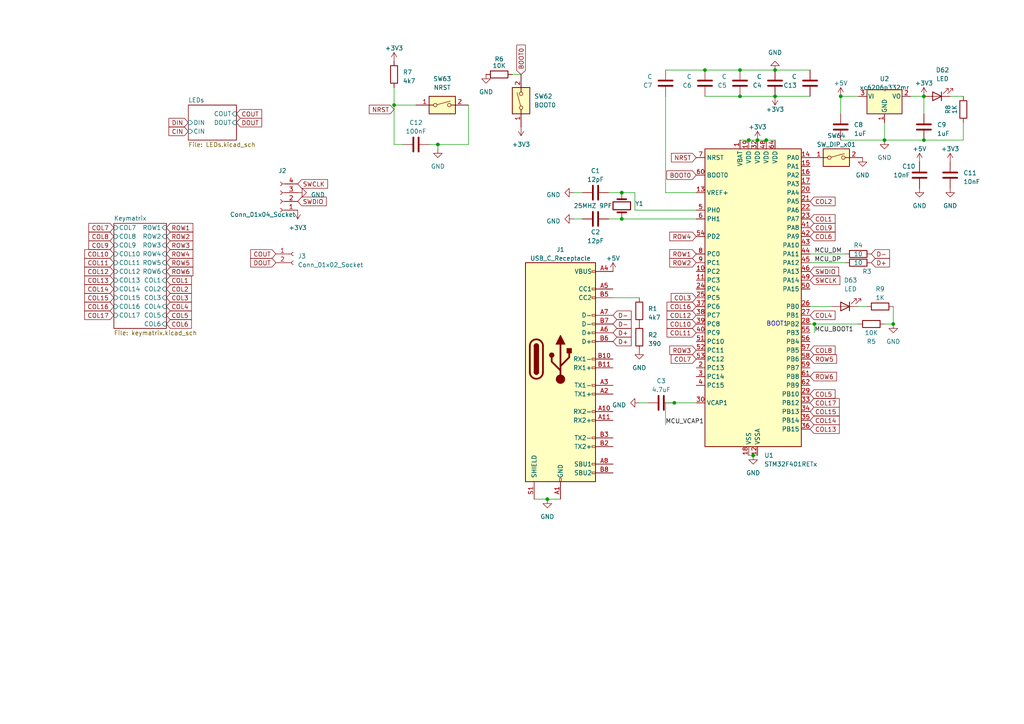
<source format=kicad_sch>
(kicad_sch (version 20230121) (generator eeschema)
  (paper "A4")
  (lib_symbols
    (symbol "Connector:Conn_01x02_Socket" (pin_names (offset 1.016) hide)
      (property "Reference" "J" (at 0 2.54 0))
      (property "Value" "Conn_01x02_Socket" (at 0 -5.08 0))
      (symbol "Conn_01x02_Socket_1_1"
        (arc (start 0 -2.032) (mid -0.5058 -2.54) (end 0 -3.048) (stroke (width 0.1524)))
        (polyline (pts (xy -1.27 -2.54) (xy -0.508 -2.54)) (stroke (width 0.1524)))
        (polyline (pts (xy -1.27 0) (xy -0.508 0)) (stroke (width 0.1524)))
        (arc (start 0 0.508) (mid -0.5058 0) (end 0 -0.508) (stroke (width 0.1524)))
        (pin passive line (at -5.08 0 0) (length 3.81) (name "Pin_1") (number "1"))
        (pin passive line (at -5.08 -2.54 0) (length 3.81) (name "Pin_2") (number "2"))
      )
    )
    (symbol "Connector:Conn_01x04_Socket" (pin_names (offset 1.016) hide)
      (property "Reference" "J" (at 0 5.08 0))
      (property "Value" "Conn_01x04_Socket" (at 0 -7.62 0))
      (symbol "Conn_01x04_Socket_1_1"
        (arc (start 0 -4.572) (mid -0.5058 -5.08) (end 0 -5.588) (stroke (width 0.1524)))
        (arc (start 0 -2.032) (mid -0.5058 -2.54) (end 0 -3.048) (stroke (width 0.1524)))
        (polyline (pts (xy -1.27 -5.08) (xy -0.508 -5.08)) (stroke (width 0.1524)))
        (polyline (pts (xy -1.27 -2.54) (xy -0.508 -2.54)) (stroke (width 0.1524)))
        (polyline (pts (xy -1.27 0) (xy -0.508 0)) (stroke (width 0.1524)))
        (polyline (pts (xy -1.27 2.54) (xy -0.508 2.54)) (stroke (width 0.1524)))
        (arc (start 0 0.508) (mid -0.5058 0) (end 0 -0.508) (stroke (width 0.1524)))
        (arc (start 0 3.048) (mid -0.5058 2.54) (end 0 2.032) (stroke (width 0.1524)))
        (pin passive line (at -5.08 2.54 0) (length 3.81) (name "Pin_1") (number "1"))
        (pin passive line (at -5.08 0 0) (length 3.81) (name "Pin_2") (number "2"))
        (pin passive line (at -5.08 -2.54 0) (length 3.81) (name "Pin_3") (number "3"))
        (pin passive line (at -5.08 -5.08 0) (length 3.81) (name "Pin_4") (number "4"))
      )
    )
    (symbol "Connector:USB_C_Receptacle" (pin_names (offset 1.016))
      (property "Reference" "J" (at -10.16 29.21 0))
      (property "Value" "USB_C_Receptacle" (at 10.16 29.21 0))
      (symbol "USB_C_Receptacle_0_0"
        (rectangle (start -0.254 -35.56) (end 0.254 -34.544))
        (rectangle (start 10.16 -32.766) (end 9.144 -33.274))
        (rectangle (start 10.16 -30.226) (end 9.144 -30.734))
        (rectangle (start 10.16 -25.146) (end 9.144 -25.654))
        (rectangle (start 10.16 -22.606) (end 9.144 -23.114))
        (rectangle (start 10.16 -17.526) (end 9.144 -18.034))
        (rectangle (start 10.16 -14.986) (end 9.144 -15.494))
        (rectangle (start 10.16 -9.906) (end 9.144 -10.414))
        (rectangle (start 10.16 -7.366) (end 9.144 -7.874))
        (rectangle (start 10.16 -2.286) (end 9.144 -2.794))
        (rectangle (start 10.16 0.254) (end 9.144 -0.254))
        (rectangle (start 10.16 5.334) (end 9.144 4.826))
        (rectangle (start 10.16 7.874) (end 9.144 7.366))
        (rectangle (start 10.16 10.414) (end 9.144 9.906))
        (rectangle (start 10.16 12.954) (end 9.144 12.446))
        (rectangle (start 10.16 18.034) (end 9.144 17.526))
        (rectangle (start 10.16 20.574) (end 9.144 20.066))
        (rectangle (start 10.16 25.654) (end 9.144 25.146))
      )
      (symbol "USB_C_Receptacle_0_1"
        (rectangle (start -10.16 27.94) (end 10.16 -35.56) (stroke (width 0.254)) (fill (type background)))
        (arc (start -8.89 -3.81) (mid -6.985 -5.7067) (end -5.08 -3.81) (stroke (width 0.508)))
        (arc (start -7.62 -3.81) (mid -6.985 -4.4423) (end -6.35 -3.81) (stroke (width 0.254)))
        (arc (start -7.62 -3.81) (mid -6.985 -4.4423) (end -6.35 -3.81) (stroke (width 0.254)) (fill (type outline)))
        (rectangle (start -7.62 -3.81) (end -6.35 3.81) (stroke (width 0.254)) (fill (type outline)))
        (arc (start -6.35 3.81) (mid -6.985 4.4423) (end -7.62 3.81) (stroke (width 0.254)))
        (arc (start -6.35 3.81) (mid -6.985 4.4423) (end -7.62 3.81) (stroke (width 0.254)) (fill (type outline)))
        (arc (start -5.08 3.81) (mid -6.985 5.7067) (end -8.89 3.81) (stroke (width 0.508)))
        (polyline (pts (xy -8.89 -3.81) (xy -8.89 3.81)) (stroke (width 0.508)))
        (polyline (pts (xy -5.08 3.81) (xy -5.08 -3.81)) (stroke (width 0.508)))
      )
      (symbol "USB_C_Receptacle_1_1"
        (circle (center -2.54 1.143) (radius 0.635) (stroke (width 0.254)) (fill (type outline)))
        (circle (center 0 -5.842) (radius 1.27) (fill (type outline)))
        (polyline (pts (xy 0 -5.842) (xy 0 4.318)) (stroke (width 0.508)))
        (polyline (pts (xy 0 -3.302) (xy -2.54 -0.762) (xy -2.54 0.508)) (stroke (width 0.508)))
        (polyline (pts (xy 0 -2.032) (xy 2.54 0.508) (xy 2.54 1.778)) (stroke (width 0.508)))
        (polyline (pts (xy -1.27 4.318) (xy 0 6.858) (xy 1.27 4.318) (xy -1.27 4.318)) (stroke (width 0.254)) (fill (type outline)))
        (rectangle (start 1.905 1.778) (end 3.175 3.048) (stroke (width 0.254)) (fill (type outline)))
        (pin passive line (at 0 -40.64 90) (length 5.08) (name "GND") (number "A1"))
        (pin bidirectional line (at 15.24 -15.24 180) (length 5.08) (name "RX2-") (number "A10"))
        (pin bidirectional line (at 15.24 -17.78 180) (length 5.08) (name "RX2+") (number "A11"))
        (pin passive line (at 0 -40.64 90) (length 5.08) hide (name "GND") (number "A12"))
        (pin bidirectional line (at 15.24 -10.16 180) (length 5.08) (name "TX1+") (number "A2"))
        (pin bidirectional line (at 15.24 -7.62 180) (length 5.08) (name "TX1-") (number "A3"))
        (pin passive line (at 15.24 25.4 180) (length 5.08) (name "VBUS") (number "A4"))
        (pin bidirectional line (at 15.24 20.32 180) (length 5.08) (name "CC1") (number "A5"))
        (pin bidirectional line (at 15.24 7.62 180) (length 5.08) (name "D+") (number "A6"))
        (pin bidirectional line (at 15.24 12.7 180) (length 5.08) (name "D-") (number "A7"))
        (pin bidirectional line (at 15.24 -30.48 180) (length 5.08) (name "SBU1") (number "A8"))
        (pin passive line (at 15.24 25.4 180) (length 5.08) hide (name "VBUS") (number "A9"))
        (pin passive line (at 0 -40.64 90) (length 5.08) hide (name "GND") (number "B1"))
        (pin bidirectional line (at 15.24 0 180) (length 5.08) (name "RX1-") (number "B10"))
        (pin bidirectional line (at 15.24 -2.54 180) (length 5.08) (name "RX1+") (number "B11"))
        (pin passive line (at 0 -40.64 90) (length 5.08) hide (name "GND") (number "B12"))
        (pin bidirectional line (at 15.24 -25.4 180) (length 5.08) (name "TX2+") (number "B2"))
        (pin bidirectional line (at 15.24 -22.86 180) (length 5.08) (name "TX2-") (number "B3"))
        (pin passive line (at 15.24 25.4 180) (length 5.08) hide (name "VBUS") (number "B4"))
        (pin bidirectional line (at 15.24 17.78 180) (length 5.08) (name "CC2") (number "B5"))
        (pin bidirectional line (at 15.24 5.08 180) (length 5.08) (name "D+") (number "B6"))
        (pin bidirectional line (at 15.24 10.16 180) (length 5.08) (name "D-") (number "B7"))
        (pin bidirectional line (at 15.24 -33.02 180) (length 5.08) (name "SBU2") (number "B8"))
        (pin passive line (at 15.24 25.4 180) (length 5.08) hide (name "VBUS") (number "B9"))
        (pin passive line (at -7.62 -40.64 90) (length 5.08) (name "SHIELD") (number "S1"))
      )
    )
    (symbol "Device:C" (pin_numbers hide) (pin_names (offset 0.254))
      (property "Reference" "C" (at 0.635 2.54 0))
      (property "Value" "C" (at 0.635 -2.54 0))
      (symbol "C_0_1"
        (polyline (pts (xy -2.032 -0.762) (xy 2.032 -0.762)) (stroke (width 0.508)))
        (polyline (pts (xy -2.032 0.762) (xy 2.032 0.762)) (stroke (width 0.508)))
      )
      (symbol "C_1_1"
        (pin passive line (at 0 3.81 270) (length 2.794) (name "~") (number "1"))
        (pin passive line (at 0 -3.81 90) (length 2.794) (name "~") (number "2"))
      )
    )
    (symbol "Device:Crystal" (pin_numbers hide) (pin_names (offset 1.016) hide)
      (property "Reference" "Y" (at 0 3.81 0))
      (property "Value" "Crystal" (at 0 -3.81 0))
      (symbol "Crystal_0_1"
        (rectangle (start -1.143 2.54) (end 1.143 -2.54) (stroke (width 0.3048)))
        (polyline (pts (xy -2.54 0) (xy -1.905 0)))
        (polyline (pts (xy -1.905 -1.27) (xy -1.905 1.27)) (stroke (width 0.508)))
        (polyline (pts (xy 1.905 -1.27) (xy 1.905 1.27)) (stroke (width 0.508)))
        (polyline (pts (xy 2.54 0) (xy 1.905 0)))
      )
      (symbol "Crystal_1_1"
        (pin passive line (at -3.81 0 0) (length 1.27) (name "1") (number "1"))
        (pin passive line (at 3.81 0 180) (length 1.27) (name "2") (number "2"))
      )
    )
    (symbol "Device:LED" (pin_numbers hide) (pin_names (offset 1.016) hide)
      (property "Reference" "D" (at 0 2.54 0))
      (property "Value" "LED" (at 0 -2.54 0))
      (symbol "LED_0_1"
        (polyline (pts (xy -1.27 -1.27) (xy -1.27 1.27)) (stroke (width 0.254)))
        (polyline (pts (xy -1.27 0) (xy 1.27 0)))
        (polyline (pts (xy 1.27 -1.27) (xy 1.27 1.27) (xy -1.27 0) (xy 1.27 -1.27)) (stroke (width 0.254)))
        (polyline (pts (xy -3.048 -0.762) (xy -4.572 -2.286) (xy -3.81 -2.286) (xy -4.572 -2.286) (xy -4.572 -1.524)))
        (polyline (pts (xy -1.778 -0.762) (xy -3.302 -2.286) (xy -2.54 -2.286) (xy -3.302 -2.286) (xy -3.302 -1.524)))
      )
      (symbol "LED_1_1"
        (pin passive line (at -3.81 0 0) (length 2.54) (name "K") (number "1"))
        (pin passive line (at 3.81 0 180) (length 2.54) (name "A") (number "2"))
      )
    )
    (symbol "MCU_ST_STM32F4:STM32F401RETx"
      (property "Reference" "U" (at -12.7 44.45 0))
      (property "Value" "STM32F401RETx" (at 10.16 44.45 0))
      (symbol "STM32F401RETx_0_1"
        (rectangle (start -12.7 -43.18) (end 15.24 43.18) (stroke (width 0.254)) (fill (type background)))
      )
      (symbol "STM32F401RETx_1_1"
        (pin power_in line (at -2.54 45.72 270) (length 2.54) (name "VBAT") (number "1"))
        (pin bidirectional line (at -15.24 7.62 0) (length 2.54) (name "PC2") (number "10"))
        (pin bidirectional line (at -15.24 5.08 0) (length 2.54) (name "PC3") (number "11"))
        (pin power_in line (at 2.54 -45.72 90) (length 2.54) (name "VSSA") (number "12"))
        (pin input line (at -15.24 30.48 0) (length 2.54) (name "VREF+") (number "13"))
        (pin bidirectional line (at 17.78 40.64 180) (length 2.54) (name "PA0") (number "14"))
        (pin bidirectional line (at 17.78 38.1 180) (length 2.54) (name "PA1") (number "15"))
        (pin bidirectional line (at 17.78 35.56 180) (length 2.54) (name "PA2") (number "16"))
        (pin bidirectional line (at 17.78 33.02 180) (length 2.54) (name "PA3") (number "17"))
        (pin power_in line (at 0 -45.72 90) (length 2.54) (name "VSS") (number "18"))
        (pin power_in line (at 0 45.72 270) (length 2.54) (name "VDD") (number "19"))
        (pin bidirectional line (at -15.24 -20.32 0) (length 2.54) (name "PC13") (number "2"))
        (pin bidirectional line (at 17.78 30.48 180) (length 2.54) (name "PA4") (number "20"))
        (pin bidirectional line (at 17.78 27.94 180) (length 2.54) (name "PA5") (number "21"))
        (pin bidirectional line (at 17.78 25.4 180) (length 2.54) (name "PA6") (number "22"))
        (pin bidirectional line (at 17.78 22.86 180) (length 2.54) (name "PA7") (number "23"))
        (pin bidirectional line (at -15.24 2.54 0) (length 2.54) (name "PC4") (number "24"))
        (pin bidirectional line (at -15.24 0 0) (length 2.54) (name "PC5") (number "25"))
        (pin bidirectional line (at 17.78 -2.54 180) (length 2.54) (name "PB0") (number "26"))
        (pin bidirectional line (at 17.78 -5.08 180) (length 2.54) (name "PB1") (number "27"))
        (pin bidirectional line (at 17.78 -7.62 180) (length 2.54) (name "PB2") (number "28"))
        (pin bidirectional line (at 17.78 -27.94 180) (length 2.54) (name "PB10") (number "29"))
        (pin bidirectional line (at -15.24 -22.86 0) (length 2.54) (name "PC14") (number "3"))
        (pin power_out line (at -15.24 -30.48 0) (length 2.54) (name "VCAP1") (number "30"))
        (pin passive line (at 0 -45.72 90) (length 2.54) hide (name "VSS") (number "31"))
        (pin power_in line (at 2.54 45.72 270) (length 2.54) (name "VDD") (number "32"))
        (pin bidirectional line (at 17.78 -30.48 180) (length 2.54) (name "PB12") (number "33"))
        (pin bidirectional line (at 17.78 -33.02 180) (length 2.54) (name "PB13") (number "34"))
        (pin bidirectional line (at 17.78 -35.56 180) (length 2.54) (name "PB14") (number "35"))
        (pin bidirectional line (at 17.78 -38.1 180) (length 2.54) (name "PB15") (number "36"))
        (pin bidirectional line (at -15.24 -2.54 0) (length 2.54) (name "PC6") (number "37"))
        (pin bidirectional line (at -15.24 -5.08 0) (length 2.54) (name "PC7") (number "38"))
        (pin bidirectional line (at -15.24 -7.62 0) (length 2.54) (name "PC8") (number "39"))
        (pin bidirectional line (at -15.24 -25.4 0) (length 2.54) (name "PC15") (number "4"))
        (pin bidirectional line (at -15.24 -10.16 0) (length 2.54) (name "PC9") (number "40"))
        (pin bidirectional line (at 17.78 20.32 180) (length 2.54) (name "PA8") (number "41"))
        (pin bidirectional line (at 17.78 17.78 180) (length 2.54) (name "PA9") (number "42"))
        (pin bidirectional line (at 17.78 15.24 180) (length 2.54) (name "PA10") (number "43"))
        (pin bidirectional line (at 17.78 12.7 180) (length 2.54) (name "PA11") (number "44"))
        (pin bidirectional line (at 17.78 10.16 180) (length 2.54) (name "PA12") (number "45"))
        (pin bidirectional line (at 17.78 7.62 180) (length 2.54) (name "PA13") (number "46"))
        (pin passive line (at 0 -45.72 90) (length 2.54) hide (name "VSS") (number "47"))
        (pin power_in line (at 5.08 45.72 270) (length 2.54) (name "VDD") (number "48"))
        (pin bidirectional line (at 17.78 5.08 180) (length 2.54) (name "PA14") (number "49"))
        (pin bidirectional line (at -15.24 25.4 0) (length 2.54) (name "PH0") (number "5"))
        (pin bidirectional line (at 17.78 2.54 180) (length 2.54) (name "PA15") (number "50"))
        (pin bidirectional line (at -15.24 -12.7 0) (length 2.54) (name "PC10") (number "51"))
        (pin bidirectional line (at -15.24 -15.24 0) (length 2.54) (name "PC11") (number "52"))
        (pin bidirectional line (at -15.24 -17.78 0) (length 2.54) (name "PC12") (number "53"))
        (pin bidirectional line (at -15.24 17.78 0) (length 2.54) (name "PD2") (number "54"))
        (pin bidirectional line (at 17.78 -10.16 180) (length 2.54) (name "PB3") (number "55"))
        (pin bidirectional line (at 17.78 -12.7 180) (length 2.54) (name "PB4") (number "56"))
        (pin bidirectional line (at 17.78 -15.24 180) (length 2.54) (name "PB5") (number "57"))
        (pin bidirectional line (at 17.78 -17.78 180) (length 2.54) (name "PB6") (number "58"))
        (pin bidirectional line (at 17.78 -20.32 180) (length 2.54) (name "PB7") (number "59"))
        (pin bidirectional line (at -15.24 22.86 0) (length 2.54) (name "PH1") (number "6"))
        (pin input line (at -15.24 35.56 0) (length 2.54) (name "BOOT0") (number "60"))
        (pin bidirectional line (at 17.78 -22.86 180) (length 2.54) (name "PB8") (number "61"))
        (pin bidirectional line (at 17.78 -25.4 180) (length 2.54) (name "PB9") (number "62"))
        (pin passive line (at 0 -45.72 90) (length 2.54) hide (name "VSS") (number "63"))
        (pin power_in line (at 7.62 45.72 270) (length 2.54) (name "VDD") (number "64"))
        (pin input line (at -15.24 40.64 0) (length 2.54) (name "NRST") (number "7"))
        (pin bidirectional line (at -15.24 12.7 0) (length 2.54) (name "PC0") (number "8"))
        (pin bidirectional line (at -15.24 10.16 0) (length 2.54) (name "PC1") (number "9"))
      )
    )
    (symbol "PCM_Resistor_AKL:R_0201" (pin_numbers hide) (pin_names (offset 0))
      (property "Reference" "R" (at 2.54 1.27 0))
      (property "Value" "R_0201" (at 2.54 -1.27 0))
      (symbol "R_0201_0_1"
        (rectangle (start -1.016 -2.54) (end 1.016 2.54) (stroke (width 0.254)))
      )
      (symbol "R_0201_1_1"
        (pin passive line (at 0 3.81 270) (length 1.27) (name "~") (number "1"))
        (pin passive line (at 0 -3.81 90) (length 1.27) (name "~") (number "2"))
      )
    )
    (symbol "Regulator_Linear:XC6206PxxxMR" (pin_names (offset 0.254))
      (property "Reference" "U" (at -3.81 3.175 0))
      (property "Value" "XC6206PxxxMR" (at 0 3.175 0))
      (symbol "XC6206PxxxMR_0_1"
        (rectangle (start -5.08 1.905) (end 5.08 -5.08) (stroke (width 0.254)) (fill (type background)))
      )
      (symbol "XC6206PxxxMR_1_1"
        (pin power_in line (at 0 -7.62 90) (length 2.54) (name "GND") (number "1"))
        (pin power_out line (at 7.62 0 180) (length 2.54) (name "VO") (number "2"))
        (pin power_in line (at -7.62 0 0) (length 2.54) (name "VI") (number "3"))
      )
    )
    (symbol "Switch:SW_DIP_x01" (pin_names (offset 0) hide)
      (property "Reference" "SW" (at 0 3.81 0))
      (property "Value" "SW_DIP_x01" (at 0 -3.81 0))
      (symbol "SW_DIP_x01_0_0"
        (circle (center -2.032 0) (radius 0.508))
        (polyline (pts (xy -1.524 0.127) (xy 2.3622 1.1684)))
        (circle (center 2.032 0) (radius 0.508))
      )
      (symbol "SW_DIP_x01_0_1"
        (rectangle (start -3.81 2.54) (end 3.81 -2.54) (stroke (width 0.254)) (fill (type background)))
      )
      (symbol "SW_DIP_x01_1_1"
        (pin passive line (at -7.62 0 0) (length 5.08) (name "~") (number "1"))
        (pin passive line (at 7.62 0 180) (length 5.08) (name "~") (number "2"))
      )
    )
    (symbol "power:+3V3" (power) (pin_names (offset 0))
      (property "Value" "+3V3" (at 0 3.556 0))
      (symbol "+3V3_0_1"
        (polyline (pts (xy -0.762 1.27) (xy 0 2.54)))
        (polyline (pts (xy 0 0) (xy 0 2.54)))
        (polyline (pts (xy 0 2.54) (xy 0.762 1.27)))
      )
      (symbol "+3V3_1_1"
        (pin power_in line (at 0 0 90) (length 0) hide (name "+3V3") (number "1"))
      )
    )
    (symbol "power:+5V" (power) (pin_names (offset 0))
      (property "Value" "+5V" (at 0 3.556 0))
      (symbol "+5V_0_1"
        (polyline (pts (xy -0.762 1.27) (xy 0 2.54)))
        (polyline (pts (xy 0 0) (xy 0 2.54)))
        (polyline (pts (xy 0 2.54) (xy 0.762 1.27)))
      )
      (symbol "+5V_1_1"
        (pin power_in line (at 0 0 90) (length 0) hide (name "+5V") (number "1"))
      )
    )
    (symbol "power:GND" (power) (pin_names (offset 0))
      (property "Value" "GND" (at 0 -3.81 0))
      (symbol "GND_0_1"
        (polyline (pts (xy 0 0) (xy 0 -1.27) (xy 1.27 -1.27) (xy 0 -2.54) (xy -1.27 -1.27) (xy 0 -1.27)))
      )
      (symbol "GND_1_1"
        (pin power_in line (at 0 0 270) (length 0) hide (name "GND") (number "1"))
      )
    )
  )
  (junction (at 180.34 55.88))
  (junction (at 218.44 132.08))
  (junction (at 224.79 27.94))
  (junction (at 236.22 93.98))
  (junction (at 217.17 40.64))
  (junction (at 267.97 27.94))
  (junction (at 214.63 27.94))
  (junction (at 195.58 116.84))
  (junction (at 267.97 40.64))
  (junction (at 180.34 63.5))
  (junction (at 243.84 27.94))
  (junction (at 204.47 20.32))
  (junction (at 224.79 20.32))
  (junction (at 127 41.91))
  (junction (at 222.25 40.64))
  (junction (at 158.75 144.78))
  (junction (at 214.63 20.32))
  (junction (at 219.71 40.64))
  (junction (at 114.3 30.48))
  (junction (at 256.54 40.64))
  (junction (at 259.08 93.98))
  (wire (pts (xy 166.37 63.5) (xy 168.91 63.5)))
  (wire (pts (xy 184.15 60.96) (xy 201.93 60.96)))
  (wire (pts (xy 217.17 132.08) (xy 218.44 132.08)))
  (wire (pts (xy 236.22 93.98) (xy 248.92 93.98)))
  (wire (pts (xy 176.53 55.88) (xy 180.34 55.88)))
  (wire (pts (xy 259.08 88.9) (xy 259.08 93.98)))
  (wire (pts (xy 135.89 41.91) (xy 127 41.91)))
  (wire (pts (xy 176.53 63.5) (xy 180.34 63.5)))
  (wire (pts (xy 256.54 40.64) (xy 267.97 40.64)))
  (wire (pts (xy 193.04 123.19) (xy 193.04 116.84)))
  (wire (pts (xy 177.8 86.36) (xy 185.42 86.36)))
  (wire (pts (xy 248.92 88.9) (xy 251.46 88.9)))
  (wire (pts (xy 214.63 20.32) (xy 204.47 20.32)))
  (wire (pts (xy 195.58 116.84) (xy 201.93 116.84)))
  (wire (pts (xy 114.3 41.91) (xy 116.84 41.91)))
  (wire (pts (xy 236.22 96.52) (xy 236.22 93.98)))
  (wire (pts (xy 224.79 20.32) (xy 214.63 20.32)))
  (wire (pts (xy 234.95 93.98) (xy 236.22 93.98)))
  (wire (pts (xy 243.84 27.94) (xy 248.92 27.94)))
  (wire (pts (xy 256.54 35.56) (xy 256.54 40.64)))
  (wire (pts (xy 219.71 40.64) (xy 222.25 40.64)))
  (wire (pts (xy 243.84 40.64) (xy 256.54 40.64)))
  (wire (pts (xy 243.84 27.94) (xy 243.84 33.02)))
  (wire (pts (xy 256.54 93.98) (xy 259.08 93.98)))
  (wire (pts (xy 234.95 88.9) (xy 241.3 88.9)))
  (wire (pts (xy 184.15 55.88) (xy 184.15 60.96)))
  (wire (pts (xy 224.79 27.94) (xy 234.95 27.94)))
  (wire (pts (xy 279.4 40.64) (xy 267.97 40.64)))
  (wire (pts (xy 217.17 40.64) (xy 219.71 40.64)))
  (wire (pts (xy 114.3 30.48) (xy 114.3 41.91)))
  (wire (pts (xy 224.79 27.94) (xy 214.63 27.94)))
  (wire (pts (xy 218.44 132.08) (xy 219.71 132.08)))
  (wire (pts (xy 180.34 55.88) (xy 184.15 55.88)))
  (wire (pts (xy 127 41.91) (xy 127 43.18)))
  (wire (pts (xy 166.37 55.88) (xy 168.91 55.88)))
  (wire (pts (xy 224.79 20.32) (xy 234.95 20.32)))
  (wire (pts (xy 180.34 63.5) (xy 201.93 63.5)))
  (wire (pts (xy 148.59 21.59) (xy 151.13 21.59)))
  (wire (pts (xy 214.63 27.94) (xy 204.47 27.94)))
  (wire (pts (xy 185.42 116.84) (xy 187.96 116.84)))
  (wire (pts (xy 264.16 27.94) (xy 267.97 27.94)))
  (wire (pts (xy 193.04 116.84) (xy 195.58 116.84)))
  (wire (pts (xy 234.95 73.66) (xy 245.11 73.66)))
  (wire (pts (xy 154.94 144.78) (xy 158.75 144.78)))
  (wire (pts (xy 267.97 27.94) (xy 267.97 33.02)))
  (wire (pts (xy 193.04 27.94) (xy 193.04 55.88)))
  (wire (pts (xy 214.63 40.64) (xy 217.17 40.64)))
  (wire (pts (xy 127 41.91) (xy 124.46 41.91)))
  (wire (pts (xy 204.47 20.32) (xy 193.04 20.32)))
  (wire (pts (xy 222.25 40.64) (xy 224.79 40.64)))
  (wire (pts (xy 158.75 144.78) (xy 162.56 144.78)))
  (wire (pts (xy 135.89 30.48) (xy 135.89 41.91)))
  (wire (pts (xy 275.59 27.94) (xy 279.4 27.94)))
  (wire (pts (xy 114.3 30.48) (xy 120.65 30.48)))
  (wire (pts (xy 234.95 76.2) (xy 245.11 76.2)))
  (wire (pts (xy 193.04 55.88) (xy 201.93 55.88)))
  (wire (pts (xy 114.3 25.4) (xy 114.3 30.48)))
  (wire (pts (xy 279.4 35.56) (xy 279.4 40.64)))
  (text "BOOT1" (at 222.2506 94.7689 0) (effects (font (size 1.27 1.27)) (justify left bottom)))
  (label "MCU_DP" (at 236.22 76.2 0))
  (label "MCU_DM" (at 236.22 73.66 0))
  (label "MCU_VCAP1" (at 193.04 123.19 0))
  (label "MCU_BOOT1" (at 236.22 96.52 0))
  (global_label "DIN" (shape input) (at 54.61 35.56 180) (property "Intersheetrefs" "${INTERSHEET_REFS}" (effects hide)))
  (global_label "COL17" (shape input) (at 234.95 116.84 0) (property "Intersheetrefs" "${INTERSHEET_REFS}" (effects hide)))
  (global_label "D+" (shape input) (at 177.8 99.06 0) (property "Intersheetrefs" "${INTERSHEET_REFS}" (effects hide)))
  (global_label "COL1" (shape input) (at 48.26 81.28 0) (property "Intersheetrefs" "${INTERSHEET_REFS}" (effects hide)))
  (global_label "ROW1" (shape input) (at 201.93 73.66 180) (property "Intersheetrefs" "${INTERSHEET_REFS}" (effects hide)))
  (global_label "BOOT0" (shape input) (at 201.93 50.8 180) (property "Intersheetrefs" "${INTERSHEET_REFS}" (effects hide)))
  (global_label "NRST" (shape input) (at 114.3 31.75 180) (property "Intersheetrefs" "${INTERSHEET_REFS}" (effects hide)))
  (global_label "COL8" (shape input) (at 234.95 101.6 0) (property "Intersheetrefs" "${INTERSHEET_REFS}" (effects hide)))
  (global_label "COL1" (shape input) (at 234.95 63.5 0) (property "Intersheetrefs" "${INTERSHEET_REFS}" (effects hide)))
  (global_label "COL7" (shape input) (at 201.93 104.14 180) (property "Intersheetrefs" "${INTERSHEET_REFS}" (effects hide)))
  (global_label "COL10" (shape input) (at 201.93 93.98 180) (property "Intersheetrefs" "${INTERSHEET_REFS}" (effects hide)))
  (global_label "ROW4" (shape input) (at 201.93 68.58 180) (property "Intersheetrefs" "${INTERSHEET_REFS}" (effects hide)))
  (global_label "CIN" (shape input) (at 54.61 38.1 180) (property "Intersheetrefs" "${INTERSHEET_REFS}" (effects hide)))
  (global_label "COL11" (shape input) (at 33.02 76.2 180) (property "Intersheetrefs" "${INTERSHEET_REFS}" (effects hide)))
  (global_label "SWCLK" (shape input) (at 86.36 53.34 0) (property "Intersheetrefs" "${INTERSHEET_REFS}" (effects hide)))
  (global_label "ROW2" (shape input) (at 48.26 68.58 0) (property "Intersheetrefs" "${INTERSHEET_REFS}" (effects hide)))
  (global_label "COL15" (shape input) (at 33.02 86.36 180) (property "Intersheetrefs" "${INTERSHEET_REFS}" (effects hide)))
  (global_label "ROW1" (shape input) (at 48.26 66.04 0) (property "Intersheetrefs" "${INTERSHEET_REFS}" (effects hide)))
  (global_label "COL16" (shape input) (at 201.93 88.9 180) (property "Intersheetrefs" "${INTERSHEET_REFS}" (effects hide)))
  (global_label "COL4" (shape input) (at 234.95 91.44 0) (property "Intersheetrefs" "${INTERSHEET_REFS}" (effects hide)))
  (global_label "COL17" (shape input) (at 33.02 91.44 180) (property "Intersheetrefs" "${INTERSHEET_REFS}" (effects hide)))
  (global_label "SWDIO" (shape input) (at 86.36 58.42 0) (property "Intersheetrefs" "${INTERSHEET_REFS}" (effects hide)))
  (global_label "COUT" (shape input) (at 80.01 73.66 180) (property "Intersheetrefs" "${INTERSHEET_REFS}" (effects hide)))
  (global_label "COL5" (shape input) (at 234.95 114.3 0) (property "Intersheetrefs" "${INTERSHEET_REFS}" (effects hide)))
  (global_label "COL6" (shape input) (at 234.95 68.58 0) (property "Intersheetrefs" "${INTERSHEET_REFS}" (effects hide)))
  (global_label "ROW2" (shape input) (at 201.93 76.2 180) (property "Intersheetrefs" "${INTERSHEET_REFS}" (effects hide)))
  (global_label "NRST" (shape input) (at 201.93 45.72 180) (property "Intersheetrefs" "${INTERSHEET_REFS}" (effects hide)))
  (global_label "COL4" (shape input) (at 48.26 88.9 0) (property "Intersheetrefs" "${INTERSHEET_REFS}" (effects hide)))
  (global_label "COL16" (shape input) (at 33.02 88.9 180) (property "Intersheetrefs" "${INTERSHEET_REFS}" (effects hide)))
  (global_label "COL3" (shape input) (at 201.93 86.36 180) (property "Intersheetrefs" "${INTERSHEET_REFS}" (effects hide)))
  (global_label "ROW5" (shape input) (at 234.95 104.14 0) (property "Intersheetrefs" "${INTERSHEET_REFS}" (effects hide)))
  (global_label "ROW3" (shape input) (at 48.26 71.12 0) (property "Intersheetrefs" "${INTERSHEET_REFS}" (effects hide)))
  (global_label "COL12" (shape input) (at 201.93 91.44 180) (property "Intersheetrefs" "${INTERSHEET_REFS}" (effects hide)))
  (global_label "COL2" (shape input) (at 234.95 58.42 0) (property "Intersheetrefs" "${INTERSHEET_REFS}" (effects hide)))
  (global_label "DOUT" (shape input) (at 68.58 35.56 0) (property "Intersheetrefs" "${INTERSHEET_REFS}" (effects hide)))
  (global_label "COL7" (shape input) (at 33.02 66.04 180) (property "Intersheetrefs" "${INTERSHEET_REFS}" (effects hide)))
  (global_label "COL15" (shape input) (at 234.95 119.38 0) (property "Intersheetrefs" "${INTERSHEET_REFS}" (effects hide)))
  (global_label "D-" (shape input) (at 177.8 93.98 0) (property "Intersheetrefs" "${INTERSHEET_REFS}" (effects hide)))
  (global_label "COL3" (shape input) (at 48.26 86.36 0) (property "Intersheetrefs" "${INTERSHEET_REFS}" (effects hide)))
  (global_label "COL5" (shape input) (at 48.26 91.44 0) (property "Intersheetrefs" "${INTERSHEET_REFS}" (effects hide)))
  (global_label "SWCLK" (shape input) (at 234.95 81.28 0) (property "Intersheetrefs" "${INTERSHEET_REFS}" (effects hide)))
  (global_label "COUT" (shape input) (at 68.58 33.02 0) (property "Intersheetrefs" "${INTERSHEET_REFS}" (effects hide)))
  (global_label "COL2" (shape input) (at 48.26 83.82 0) (property "Intersheetrefs" "${INTERSHEET_REFS}" (effects hide)))
  (global_label "COL14" (shape input) (at 33.02 83.82 180) (property "Intersheetrefs" "${INTERSHEET_REFS}" (effects hide)))
  (global_label "COL6" (shape input) (at 48.26 93.98 0) (property "Intersheetrefs" "${INTERSHEET_REFS}" (effects hide)))
  (global_label "COL14" (shape input) (at 234.95 121.92 0) (property "Intersheetrefs" "${INTERSHEET_REFS}" (effects hide)))
  (global_label "ROW6" (shape input) (at 234.95 109.22 0) (property "Intersheetrefs" "${INTERSHEET_REFS}" (effects hide)))
  (global_label "COL9" (shape input) (at 234.95 66.04 0) (property "Intersheetrefs" "${INTERSHEET_REFS}" (effects hide)))
  (global_label "ROW4" (shape input) (at 48.26 73.66 0) (property "Intersheetrefs" "${INTERSHEET_REFS}" (effects hide)))
  (global_label "D+" (shape input) (at 177.8 96.52 0) (property "Intersheetrefs" "${INTERSHEET_REFS}" (effects hide)))
  (global_label "COL11" (shape input) (at 201.93 96.52 180) (property "Intersheetrefs" "${INTERSHEET_REFS}" (effects hide)))
  (global_label "SWDIO" (shape input) (at 234.95 78.74 0) (property "Intersheetrefs" "${INTERSHEET_REFS}" (effects hide)))
  (global_label "COL13" (shape input) (at 33.02 81.28 180) (property "Intersheetrefs" "${INTERSHEET_REFS}" (effects hide)))
  (global_label "DOUT" (shape input) (at 80.01 76.2 180) (property "Intersheetrefs" "${INTERSHEET_REFS}" (effects hide)))
  (global_label "COL10" (shape input) (at 33.02 73.66 180) (property "Intersheetrefs" "${INTERSHEET_REFS}" (effects hide)))
  (global_label "D-" (shape input) (at 177.8 91.44 0) (property "Intersheetrefs" "${INTERSHEET_REFS}" (effects hide)))
  (global_label "COL8" (shape input) (at 33.02 68.58 180) (property "Intersheetrefs" "${INTERSHEET_REFS}" (effects hide)))
  (global_label "BOOT0" (shape input) (at 151.13 21.59 90) (property "Intersheetrefs" "${INTERSHEET_REFS}" (effects hide)))
  (global_label "COL12" (shape input) (at 33.02 78.74 180) (property "Intersheetrefs" "${INTERSHEET_REFS}" (effects hide)))
  (global_label "ROW6" (shape input) (at 48.26 78.74 0) (property "Intersheetrefs" "${INTERSHEET_REFS}" (effects hide)))
  (global_label "ROW3" (shape input) (at 201.93 101.6 180) (property "Intersheetrefs" "${INTERSHEET_REFS}" (effects hide)))
  (global_label "D-" (shape input) (at 252.73 73.66 0) (property "Intersheetrefs" "${INTERSHEET_REFS}" (effects hide)))
  (global_label "D+" (shape input) (at 252.73 76.2 0) (property "Intersheetrefs" "${INTERSHEET_REFS}" (effects hide)))
  (global_label "ROW5" (shape input) (at 48.26 76.2 0) (property "Intersheetrefs" "${INTERSHEET_REFS}" (effects hide)))
  (global_label "COL9" (shape input) (at 33.02 71.12 180) (property "Intersheetrefs" "${INTERSHEET_REFS}" (effects hide)))
  (global_label "COL13" (shape input) (at 234.95 124.46 0) (property "Intersheetrefs" "${INTERSHEET_REFS}" (effects hide)))
  (symbol (lib_id "power:+3V3") (at 219.71 40.64 0) (unit 1)
    (property "Reference" "#PWR07" (effects hide))
    (property "Value" "+3V3" (at 219.71 36.83 0))
  )
  (symbol (lib_id "Device:C") (at 193.04 24.13 180) (unit 1)
    (property "Reference" "C7" (at 189.23 24.765 0) (effects (justify left)))
    (property "Value" "C" (at 189.23 22.225 0) (effects (justify left)))
    (property "Footprint" "Capacitor_SMD:C_1206_3216Metric" (effects hide))
  )
  (symbol (lib_id "Connector:USB_C_Receptacle") (at 162.56 104.14 0) (unit 1)
    (property "Reference" "J1" (at 162.56 72.39 0))
    (property "Value" "USB_C_Receptacle" (at 162.56 74.93 0))
    (property "Footprint" "Connector_USB:USB_C_Receptacle_GCT_USB4085" (effects hide))
    (property "Datasheet" "https://www.usb.org/sites/default/files/documents/usb_type-c.zip" (effects hide))
  )
  (symbol (lib_id "power:+3V3") (at 224.79 27.94 180) (unit 1)
    (property "Reference" "#PWR09" (effects hide))
    (property "Value" "+3V3" (at 224.79 31.75 0))
  )
  (symbol (lib_id "Device:C") (at 224.79 24.13 180) (unit 1)
    (property "Reference" "C4" (at 220.98 24.765 0) (effects (justify left)))
    (property "Value" "C" (at 220.98 22.225 0) (effects (justify left)))
    (property "Footprint" "Capacitor_SMD:C_1206_3216Metric" (effects hide))
  )
  (symbol (lib_id "Connector:Conn_01x04_Socket") (at 81.28 58.42 180) (unit 1)
    (property "Reference" "J2" (at 81.915 49.53 0))
    (property "Value" "Conn_01x04_Socket" (at 76.2 62.23 0))
    (property "Footprint" "Connector_PinHeader_1.00mm:PinHeader_2x02_P1.00mm_Vertical" (effects hide))
  )
  (symbol (lib_id "Regulator_Linear:XC6206PxxxMR") (at 256.54 27.94 0) (unit 1)
    (property "Reference" "U2" (at 256.54 22.86 0))
    (property "Value" "xc6206p332mr" (at 256.54 25.4 0))
    (property "Footprint" "Package_TO_SOT_SMD:SOT-23" (effects hide))
    (property "Datasheet" "https://www.torexsemi.com/file/xc6206/XC6206.pdf" (effects hide))
  )
  (symbol (lib_id "Device:C") (at 120.65 41.91 90) (unit 1)
    (property "Reference" "C12" (at 120.65 35.56 90))
    (property "Value" "100nF" (at 120.65 38.1 90))
    (property "Footprint" "Capacitor_SMD:C_1206_3216Metric" (effects hide))
  )
  (symbol (lib_id "power:GND") (at 166.37 55.88 270) (unit 1)
    (property "Reference" "#PWR01" (effects hide))
    (property "Value" "GND" (at 162.56 56.515 90) (effects (justify right)))
  )
  (symbol (lib_id "Device:C") (at 266.7 50.8 0) (unit 1)
    (property "Reference" "C10" (at 261.62 48.26 0) (effects (justify left)))
    (property "Value" "10nF" (at 259.08 50.8 0) (effects (justify left)))
    (property "Footprint" "Capacitor_SMD:C_1206_3216Metric" (effects hide))
  )
  (symbol (lib_id "power:GND") (at 158.75 144.78 0) (unit 1)
    (property "Reference" "#PWR04" (effects hide))
    (property "Value" "GND" (at 158.75 149.86 0))
  )
  (symbol (lib_id "power:GND") (at 185.42 101.6 0) (unit 1)
    (property "Reference" "#PWR05" (effects hide))
    (property "Value" "GND" (at 185.42 106.68 0))
  )
  (symbol (lib_id "power:+5V") (at 266.7 46.99 0) (unit 1)
    (property "Reference" "#PWR014" (effects hide))
    (property "Value" "+5V" (at 266.7 43.18 0))
  )
  (symbol (lib_id "PCM_Resistor_AKL:R_0201") (at 144.78 21.59 90) (unit 1)
    (property "Reference" "R6" (at 144.78 17.145 90))
    (property "Value" "10K" (at 144.78 19.05 90))
    (property "Footprint" "Resistor_SMD:R_1206_3216Metric" (effects hide))
  )
  (symbol (lib_id "power:GND") (at 218.44 132.08 0) (unit 1)
    (property "Reference" "#PWR08" (effects hide))
    (property "Value" "GND" (at 218.44 137.16 0))
  )
  (symbol (lib_id "Switch:SW_DIP_x01") (at 128.27 30.48 0) (unit 1)
    (property "Reference" "SW63" (at 128.27 22.86 0))
    (property "Value" "NRST" (at 128.27 25.4 0))
    (property "Footprint" "Button_Switch_SMD:SW_SPST_FSMSM" (effects hide))
  )
  (symbol (lib_id "MCU_ST_STM32F4:STM32F401RETx") (at 217.17 86.36 0) (unit 1)
    (property "Reference" "U1" (at 221.6659 132.08 0) (effects (justify left)))
    (property "Value" "STM32F401RETx" (at 221.6659 134.62 0) (effects (justify left)))
    (property "Footprint" "Package_QFP:LQFP-64_10x10mm_P0.5mm" (effects hide))
    (property "Datasheet" "https://www.st.com/resource/en/datasheet/stm32f401re.pdf" (effects hide))
  )
  (symbol (lib_id "power:GND") (at 224.79 20.32 180) (unit 1)
    (property "Reference" "#PWR010" (effects hide))
    (property "Value" "GND" (at 224.79 15.24 0))
  )
  (symbol (lib_id "power:GND") (at 275.59 54.61 0) (unit 1)
    (property "Reference" "#PWR017" (effects hide))
    (property "Value" "GND" (at 275.59 59.69 0))
  )
  (symbol (lib_id "power:+5V") (at 243.84 27.94 0) (unit 1)
    (property "Reference" "#PWR011" (effects hide))
    (property "Value" "+5V" (at 243.84 24.13 0))
  )
  (symbol (lib_id "PCM_Resistor_AKL:R_0201") (at 255.27 88.9 270) (unit 1)
    (property "Reference" "R9" (at 255.27 83.82 90))
    (property "Value" "1K" (at 255.27 86.36 90))
    (property "Footprint" "Resistor_SMD:R_1206_3216Metric" (effects hide))
  )
  (symbol (lib_id "Switch:SW_DIP_x01") (at 242.57 45.72 0) (unit 1)
    (property "Reference" "SW64" (at 242.57 39.37 0))
    (property "Value" "SW_DIP_x01" (at 242.57 41.91 0))
    (property "Footprint" "Button_Switch_SMD:SW_SPST_FSMSM" (effects hide))
  )
  (symbol (lib_id "Device:C") (at 214.63 24.13 180) (unit 1)
    (property "Reference" "C5" (at 210.82 24.765 0) (effects (justify left)))
    (property "Value" "C" (at 210.82 22.225 0) (effects (justify left)))
    (property "Footprint" "Capacitor_SMD:C_1206_3216Metric" (effects hide))
  )
  (symbol (lib_id "PCM_Resistor_AKL:R_0201") (at 248.92 76.2 90) (unit 1)
    (property "Reference" "R3" (at 251.46 78.74 90))
    (property "Value" "10" (at 248.92 76.2 90))
    (property "Footprint" "Resistor_SMD:R_1206_3216Metric" (effects hide))
  )
  (symbol (lib_id "power:GND") (at 127 43.18 0) (unit 1)
    (property "Reference" "#PWR024" (effects hide))
    (property "Value" "GND" (at 127 48.26 0))
  )
  (symbol (lib_id "Device:C") (at 243.84 36.83 0) (unit 1)
    (property "Reference" "C8" (at 247.65 36.195 0) (effects (justify left)))
    (property "Value" "1uF" (at 247.65 38.735 0) (effects (justify left)))
    (property "Footprint" "Capacitor_SMD:C_1206_3216Metric" (effects hide))
  )
  (symbol (lib_id "Switch:SW_DIP_x01") (at 151.13 29.21 90) (unit 1)
    (property "Reference" "SW62" (at 154.94 27.94 90) (effects (justify right)))
    (property "Value" "BOOT0" (at 154.94 30.48 90) (effects (justify right)))
    (property "Footprint" "Button_Switch_SMD:SW_SPST_FSMSM" (effects hide))
  )
  (symbol (lib_id "power:+3V3") (at 114.3 17.78 0) (unit 1)
    (property "Reference" "#PWR022" (effects hide))
    (property "Value" "+3V3" (at 114.3 13.97 0))
  )
  (symbol (lib_id "power:GND") (at 140.97 21.59 0) (unit 1)
    (property "Reference" "#PWR021" (effects hide))
    (property "Value" "GND" (at 140.97 26.67 0))
  )
  (symbol (lib_id "PCM_Resistor_AKL:R_0201") (at 185.42 90.17 0) (unit 1)
    (property "Reference" "R1" (at 187.96 89.535 0) (effects (justify left)))
    (property "Value" "4k7" (at 187.96 92.075 0) (effects (justify left)))
    (property "Footprint" "Resistor_SMD:R_1206_3216Metric" (effects hide))
  )
  (symbol (lib_id "Connector:Conn_01x02_Socket") (at 85.09 73.66 0) (unit 1)
    (property "Reference" "J3" (at 86.36 74.295 0) (effects (justify left)))
    (property "Value" "Conn_01x02_Socket" (at 86.36 76.835 0) (effects (justify left)))
    (property "Footprint" "Connector_PinHeader_1.00mm:PinHeader_1x02_P1.00mm_Vertical" (effects hide))
  )
  (symbol (lib_id "Device:C") (at 267.97 36.83 0) (unit 1)
    (property "Reference" "C9" (at 271.78 36.195 0) (effects (justify left)))
    (property "Value" "1uF" (at 271.78 38.735 0) (effects (justify left)))
    (property "Footprint" "Capacitor_SMD:C_1206_3216Metric" (effects hide))
  )
  (symbol (lib_id "power:GND") (at 86.36 55.88 90) (unit 1)
    (property "Reference" "#PWR027" (effects hide))
    (property "Value" "GND" (at 90.17 56.515 90) (effects (justify right)))
  )
  (symbol (lib_id "Device:C") (at 172.72 63.5 90) (unit 1)
    (property "Reference" "C2" (at 172.72 67.31 90))
    (property "Value" "12pF" (at 172.72 69.85 90))
    (property "Footprint" "Capacitor_SMD:C_1206_3216Metric" (effects hide))
  )
  (symbol (lib_id "Device:C") (at 204.47 24.13 180) (unit 1)
    (property "Reference" "C6" (at 200.66 24.765 0) (effects (justify left)))
    (property "Value" "C" (at 200.66 22.225 0) (effects (justify left)))
    (property "Footprint" "Capacitor_SMD:C_1206_3216Metric" (effects hide))
  )
  (symbol (lib_id "Device:LED") (at 271.78 27.94 180) (unit 1)
    (property "Reference" "D62" (at 273.3675 20.32 0))
    (property "Value" "LED" (at 273.3675 22.86 0))
    (property "Footprint" "LED_SMD:LED_1210_3225Metric_Pad1.42x2.65mm_HandSolder" (effects hide))
  )
  (symbol (lib_id "Device:C") (at 191.77 116.84 90) (unit 1)
    (property "Reference" "C3" (at 191.77 110.49 90))
    (property "Value" "4.7uF" (at 191.77 113.03 90))
    (property "Footprint" "Capacitor_SMD:C_1206_3216Metric" (effects hide))
  )
  (symbol (lib_id "power:+3V3") (at 267.97 27.94 0) (unit 1)
    (property "Reference" "#PWR012" (effects hide))
    (property "Value" "+3V3" (at 267.97 24.13 0))
  )
  (symbol (lib_id "power:GND") (at 259.08 93.98 0) (unit 1)
    (property "Reference" "#PWR020" (effects hide))
    (property "Value" "GND" (at 259.08 99.06 0))
  )
  (symbol (lib_id "PCM_Resistor_AKL:R_0201") (at 248.92 73.66 90) (unit 1)
    (property "Reference" "R4" (at 248.92 71.12 90))
    (property "Value" "10" (at 248.92 73.66 90))
    (property "Footprint" "Resistor_SMD:R_1206_3216Metric" (effects hide))
  )
  (symbol (lib_id "power:GND") (at 266.7 54.61 0) (unit 1)
    (property "Reference" "#PWR016" (effects hide))
    (property "Value" "GND" (at 266.7 59.69 0))
  )
  (symbol (lib_id "PCM_Resistor_AKL:R_0201") (at 279.4 31.75 180) (unit 1)
    (property "Reference" "R8" (at 274.955 31.75 90))
    (property "Value" "1K" (at 276.86 31.75 90))
    (property "Footprint" "Resistor_SMD:R_1206_3216Metric" (effects hide))
  )
  (symbol (lib_id "Device:LED") (at 245.11 88.9 180) (unit 1)
    (property "Reference" "D63" (at 246.6975 81.28 0))
    (property "Value" "LED" (at 246.6975 83.82 0))
    (property "Footprint" "LED_SMD:LED_1210_3225Metric_Pad1.42x2.65mm_HandSolder" (effects hide))
  )
  (symbol (lib_id "PCM_Resistor_AKL:R_0201") (at 252.73 93.98 90) (unit 1)
    (property "Reference" "R5" (at 252.73 99.06 90))
    (property "Value" "10K" (at 252.73 96.52 90))
    (property "Footprint" "Resistor_SMD:R_1206_3216Metric" (effects hide))
  )
  (symbol (lib_id "PCM_Resistor_AKL:R_0201") (at 114.3 21.59 0) (unit 1)
    (property "Reference" "R7" (at 116.84 20.955 0) (effects (justify left)))
    (property "Value" "4k7" (at 116.84 23.495 0) (effects (justify left)))
    (property "Footprint" "Resistor_SMD:R_1206_3216Metric" (effects hide))
  )
  (symbol (lib_id "Device:C") (at 234.95 24.13 180) (unit 1)
    (property "Reference" "C13" (at 231.14 24.765 0) (effects (justify left)))
    (property "Value" "C" (at 231.14 22.225 0) (effects (justify left)))
    (property "Footprint" "Capacitor_SMD:C_1206_3216Metric" (effects hide))
  )
  (symbol (lib_id "Device:Crystal") (at 180.34 59.69 90) (unit 1)
    (property "Reference" "Y1" (at 184.15 59.055 90) (effects (justify right)))
    (property "Value" "25MHZ 9PF" (at 166.37 59.69 90) (effects (justify right)))
    (property "Footprint" "Crystal:Crystal_SMD_HC49-SD" (effects hide))
  )
  (symbol (lib_id "power:GND") (at 250.19 45.72 0) (unit 1)
    (property "Reference" "#PWR025" (effects hide))
    (property "Value" "GND" (at 250.19 50.8 0))
  )
  (symbol (lib_id "power:GND") (at 256.54 40.64 0) (unit 1)
    (property "Reference" "#PWR013" (effects hide))
    (property "Value" "GND" (at 256.54 45.72 0))
  )
  (symbol (lib_id "power:+3V3") (at 86.36 60.96 180) (unit 1)
    (property "Reference" "#PWR026" (effects hide))
    (property "Value" "+3V3" (at 86.36 66.04 0))
  )
  (symbol (lib_id "power:+3V3") (at 275.59 46.99 0) (unit 1)
    (property "Reference" "#PWR015" (effects hide))
    (property "Value" "+3V3" (at 275.59 43.18 0))
  )
  (symbol (lib_id "power:GND") (at 185.42 116.84 270) (unit 1)
    (property "Reference" "#PWR03" (effects hide))
    (property "Value" "GND" (at 181.61 117.475 90) (effects (justify right)))
  )
  (symbol (lib_id "Device:C") (at 275.59 50.8 0) (unit 1)
    (property "Reference" "C11" (at 279.4 50.165 0) (effects (justify left)))
    (property "Value" "10nF" (at 279.4 52.705 0) (effects (justify left)))
    (property "Footprint" "Capacitor_SMD:C_1206_3216Metric" (effects hide))
  )
  (symbol (lib_id "power:+3V3") (at 151.13 36.83 180) (unit 1)
    (property "Reference" "#PWR023" (effects hide))
    (property "Value" "+3V3" (at 151.13 41.91 0))
  )
  (symbol (lib_id "Device:C") (at 172.72 55.88 90) (unit 1)
    (property "Reference" "C1" (at 172.72 49.53 90))
    (property "Value" "12pF" (at 172.72 52.07 90))
    (property "Footprint" "Capacitor_SMD:C_1206_3216Metric" (effects hide))
  )
  (symbol (lib_id "power:GND") (at 166.37 63.5 270) (unit 1)
    (property "Reference" "#PWR02" (effects hide))
    (property "Value" "GND" (at 162.56 64.135 90) (effects (justify right)))
  )
  (symbol (lib_id "power:+5V") (at 177.8 78.74 0) (unit 1)
    (property "Reference" "#PWR06" (effects hide))
    (property "Value" "+5V" (at 177.8 74.93 0))
  )
  (symbol (lib_id "PCM_Resistor_AKL:R_0201") (at 185.42 97.79 0) (unit 1)
    (property "Reference" "R2" (at 187.96 97.155 0) (effects (justify left)))
    (property "Value" "390" (at 187.96 99.695 0) (effects (justify left)))
    (property "Footprint" "Resistor_SMD:R_1206_3216Metric" (effects hide))
  )
  (sheet (at 33.02 64.77) (size 15.24 30.48) (stroke (width 0.1524))
    (property "Sheetname" "Keymatrix" (at 33.02 64.0584 0) (effects (justify left bottom)))
    (property "Sheetfile" "keymatrix.kicad_sch" (at 33.02 95.8346 0) (effects (justify left top)))
    (pin "ROW1" input (at 48.26 66.04 0))
    (pin "ROW2" input (at 48.26 68.58 0))
    (pin "ROW3" input (at 48.26 71.12 0))
    (pin "COL1" input (at 48.26 81.28 0))
    (pin "ROW4" input (at 48.26 73.66 0))
    (pin "ROW5" input (at 48.26 76.2 0))
    (pin "ROW6" input (at 48.26 78.74 0))
    (pin "COL5" input (at 48.26 91.44 0))
    (pin "COL2" input (at 48.26 83.82 0))
    (pin "COL4" input (at 48.26 88.9 0))
    (pin "COL10" input (at 33.02 73.66 180))
    (pin "COL11" input (at 33.02 76.2 180))
    (pin "COL12" input (at 33.02 78.74 180))
    (pin "COL8" input (at 33.02 68.58 180))
    (pin "COL7" input (at 33.02 66.04 180))
    (pin "COL6" input (at 48.26 93.98 0))
    (pin "COL9" input (at 33.02 71.12 180))
    (pin "COL14" input (at 33.02 83.82 180))
    (pin "COL13" input (at 33.02 81.28 180))
    (pin "COL17" input (at 33.02 91.44 180))
    (pin "COL16" input (at 33.02 88.9 180))
    (pin "COL15" input (at 33.02 86.36 180))
    (pin "COL3" input (at 48.26 86.36 0))
  )
  (sheet (at 54.61 30.48) (size 13.97 10.16)
    (property "Sheetname" "LEDs" (at 54.61 29.7684 0) (effects (justify left bottom)))
    (property "Sheetfile" "LEDs.kicad_sch" (at 54.61 41.2246 0) (effects (justify left top)))
    (pin "CIN" input (at 54.61 38.1 180))
    (pin "DIN" input (at 54.61 35.56 180))
    (pin "COUT" input (at 68.58 33.02 0))
    (pin "DOUT" input (at 68.58 35.56 0))
  )
)
</source>
